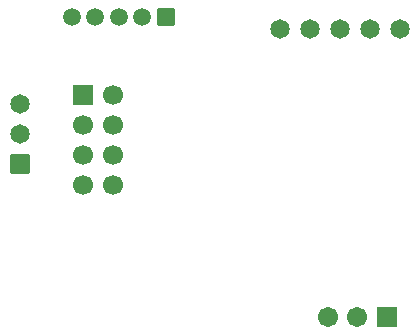
<source format=gbr>
%TF.GenerationSoftware,KiCad,Pcbnew,7.0.8*%
%TF.CreationDate,2024-02-15T00:03:28-06:00*%
%TF.ProjectId,Receiver_KiCad,52656365-6976-4657-925f-4b694361642e,rev?*%
%TF.SameCoordinates,Original*%
%TF.FileFunction,Soldermask,Bot*%
%TF.FilePolarity,Negative*%
%FSLAX46Y46*%
G04 Gerber Fmt 4.6, Leading zero omitted, Abs format (unit mm)*
G04 Created by KiCad (PCBNEW 7.0.8) date 2024-02-15 00:03:28*
%MOMM*%
%LPD*%
G01*
G04 APERTURE LIST*
G04 Aperture macros list*
%AMRoundRect*
0 Rectangle with rounded corners*
0 $1 Rounding radius*
0 $2 $3 $4 $5 $6 $7 $8 $9 X,Y pos of 4 corners*
0 Add a 4 corners polygon primitive as box body*
4,1,4,$2,$3,$4,$5,$6,$7,$8,$9,$2,$3,0*
0 Add four circle primitives for the rounded corners*
1,1,$1+$1,$2,$3*
1,1,$1+$1,$4,$5*
1,1,$1+$1,$6,$7*
1,1,$1+$1,$8,$9*
0 Add four rect primitives between the rounded corners*
20,1,$1+$1,$2,$3,$4,$5,0*
20,1,$1+$1,$4,$5,$6,$7,0*
20,1,$1+$1,$6,$7,$8,$9,0*
20,1,$1+$1,$8,$9,$2,$3,0*%
G04 Aperture macros list end*
%ADD10C,1.651000*%
%ADD11RoundRect,0.102000X0.725000X-0.725000X0.725000X0.725000X-0.725000X0.725000X-0.725000X-0.725000X0*%
%ADD12C,1.654000*%
%ADD13R,1.700000X1.700000*%
%ADD14C,1.700000*%
%ADD15RoundRect,0.102000X-0.654000X-0.654000X0.654000X-0.654000X0.654000X0.654000X-0.654000X0.654000X0*%
%ADD16C,1.512000*%
%ADD17RoundRect,0.102000X-0.754000X-0.754000X0.754000X-0.754000X0.754000X0.754000X-0.754000X0.754000X0*%
%ADD18C,1.712000*%
G04 APERTURE END LIST*
D10*
%TO.C,J4*%
X169990000Y-119560200D03*
X172530000Y-119560200D03*
X175070000Y-119560200D03*
X177610000Y-119560200D03*
X180150000Y-119560200D03*
%TD*%
D11*
%TO.C,J2*%
X147960000Y-130985000D03*
D12*
X147960000Y-128445000D03*
X147960000Y-125905000D03*
%TD*%
D13*
%TO.C,U3*%
X153335000Y-125145000D03*
D14*
X155875000Y-125145000D03*
X153335000Y-127685000D03*
X155875000Y-127685000D03*
X153335000Y-130225000D03*
X155875000Y-130225000D03*
X153335000Y-132765000D03*
X155875000Y-132765000D03*
%TD*%
D15*
%TO.C,J3*%
X160350000Y-118530000D03*
D16*
X158350000Y-118530000D03*
X156350000Y-118530000D03*
X154350000Y-118530000D03*
X152350000Y-118530000D03*
%TD*%
D17*
%TO.C,J1*%
X179015000Y-143945000D03*
D18*
X176515000Y-143945000D03*
X174015000Y-143945000D03*
%TD*%
M02*

</source>
